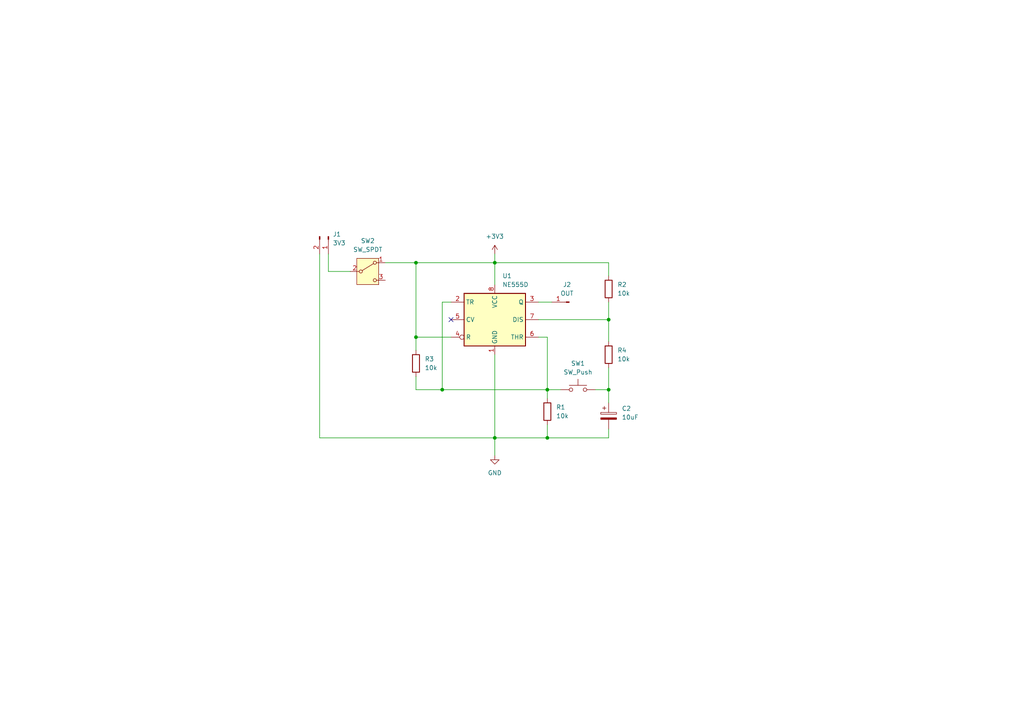
<source format=kicad_sch>
(kicad_sch (version 20230121) (generator eeschema)
  (paper "A4")
  (lib_symbols
    (symbol "Connector:Conn_01x01_Pin" (pin_names (offset 1.016) hide)
      (property "Reference" "J" (at 0 2.54 0))
      (property "Value" "Conn_01x01_Pin" (at 0 -2.54 0))
      (symbol "Conn_01x01_Pin_1_1"
        (polyline (pts (xy 1.27 0) (xy 0.8636 0)) (stroke (width 0.1524)))
        (rectangle (start 0.8636 0.127) (end 0 -0.127) (stroke (width 0.1524)) (fill (type outline)))
        (pin passive line (at 5.08 0 180) (length 3.81) (name "Pin_1") (number "1"))
      )
    )
    (symbol "Connector:Conn_01x02_Pin" (pin_names (offset 1.016) hide)
      (property "Reference" "J" (at 0 2.54 0))
      (property "Value" "Conn_01x02_Pin" (at 0 -5.08 0))
      (symbol "Conn_01x02_Pin_1_1"
        (polyline (pts (xy 1.27 -2.54) (xy 0.8636 -2.54)) (stroke (width 0.1524)))
        (polyline (pts (xy 1.27 0) (xy 0.8636 0)) (stroke (width 0.1524)))
        (rectangle (start 0.8636 -2.413) (end 0 -2.667) (stroke (width 0.1524)) (fill (type outline)))
        (rectangle (start 0.8636 0.127) (end 0 -0.127) (stroke (width 0.1524)) (fill (type outline)))
        (pin passive line (at 5.08 0 180) (length 3.81) (name "Pin_1") (number "1"))
        (pin passive line (at 5.08 -2.54 180) (length 3.81) (name "Pin_2") (number "2"))
      )
    )
    (symbol "Device:C_Polarized" (pin_numbers hide) (pin_names (offset 0.254))
      (property "Reference" "C" (at 0.635 2.54 0))
      (property "Value" "C_Polarized" (at 0.635 -2.54 0))
      (symbol "C_Polarized_0_1"
        (rectangle (start -2.286 0.508) (end 2.286 1.016))
        (polyline (pts (xy -1.778 2.286) (xy -0.762 2.286)))
        (polyline (pts (xy -1.27 2.794) (xy -1.27 1.778)))
        (rectangle (start 2.286 -0.508) (end -2.286 -1.016) (fill (type outline)))
      )
      (symbol "C_Polarized_1_1"
        (pin passive line (at 0 3.81 270) (length 2.794) (name "~") (number "1"))
        (pin passive line (at 0 -3.81 90) (length 2.794) (name "~") (number "2"))
      )
    )
    (symbol "Device:R" (pin_numbers hide) (pin_names (offset 0))
      (property "Reference" "R" (at 2.032 0 90))
      (property "Value" "R" (at 0 0 90))
      (symbol "R_0_1"
        (rectangle (start -1.016 -2.54) (end 1.016 2.54) (stroke (width 0.254)))
      )
      (symbol "R_1_1"
        (pin passive line (at 0 3.81 270) (length 1.27) (name "~") (number "1"))
        (pin passive line (at 0 -3.81 90) (length 1.27) (name "~") (number "2"))
      )
    )
    (symbol "Switch:SW_Push" (pin_numbers hide) (pin_names (offset 1.016) hide)
      (property "Reference" "SW" (at 1.27 2.54 0))
      (property "Value" "SW_Push" (at 0 -1.524 0))
      (symbol "SW_Push_0_1"
        (circle (center -2.032 0) (radius 0.508))
        (polyline (pts (xy 0 1.27) (xy 0 3.048)))
        (polyline (pts (xy 2.54 1.27) (xy -2.54 1.27)))
        (circle (center 2.032 0) (radius 0.508))
        (pin passive line (at -5.08 0 0) (length 2.54) (name "1") (number "1"))
        (pin passive line (at 5.08 0 180) (length 2.54) (name "2") (number "2"))
      )
    )
    (symbol "Switch:SW_SPDT" (pin_names (offset 0) hide)
      (property "Reference" "SW" (at 0 5.08 0))
      (property "Value" "SW_SPDT" (at 0 -5.08 0))
      (symbol "SW_SPDT_0_1"
        (circle (center -2.032 0) (radius 0.4572))
        (polyline (pts (xy -1.651 0.254) (xy 1.651 2.286)))
        (circle (center 2.032 -2.54) (radius 0.4572))
        (circle (center 2.032 2.54) (radius 0.4572))
      )
      (symbol "SW_SPDT_1_1"
        (rectangle (start -3.175 3.81) (end 3.175 -3.81) (fill (type background)))
        (pin passive line (at 5.08 2.54 180) (length 2.54) (name "A") (number "1"))
        (pin passive line (at -5.08 0 0) (length 2.54) (name "B") (number "2"))
        (pin passive line (at 5.08 -2.54 180) (length 2.54) (name "C") (number "3"))
      )
    )
    (symbol "Timer:NE555D"
      (property "Reference" "U" (at -10.16 8.89 0))
      (property "Value" "NE555D" (at 2.54 8.89 0))
      (symbol "NE555D_0_0"
        (pin power_in line (at 0 -10.16 90) (length 2.54) (name "GND") (number "1"))
        (pin power_in line (at 0 10.16 270) (length 2.54) (name "VCC") (number "8"))
      )
      (symbol "NE555D_0_1"
        (rectangle (start -8.89 -7.62) (end 8.89 7.62) (stroke (width 0.254)) (fill (type background)))
        (rectangle (start -8.89 -7.62) (end 8.89 7.62) (stroke (width 0.254)) (fill (type background)))
      )
      (symbol "NE555D_1_1"
        (pin input line (at -12.7 5.08 0) (length 3.81) (name "TR") (number "2"))
        (pin output line (at 12.7 5.08 180) (length 3.81) (name "Q") (number "3"))
        (pin input inverted (at -12.7 -5.08 0) (length 3.81) (name "R") (number "4"))
        (pin input line (at -12.7 0 0) (length 3.81) (name "CV") (number "5"))
        (pin input line (at 12.7 -5.08 180) (length 3.81) (name "THR") (number "6"))
        (pin input line (at 12.7 0 180) (length 3.81) (name "DIS") (number "7"))
      )
    )
    (symbol "power:+3V3" (power) (pin_names (offset 0))
      (property "Value" "+3V3" (at 0 3.556 0))
      (symbol "+3V3_0_1"
        (polyline (pts (xy -0.762 1.27) (xy 0 2.54)))
        (polyline (pts (xy 0 0) (xy 0 2.54)))
        (polyline (pts (xy 0 2.54) (xy 0.762 1.27)))
      )
      (symbol "+3V3_1_1"
        (pin power_in line (at 0 0 90) (length 0) hide (name "+3V3") (number "1"))
      )
    )
    (symbol "power:GND" (power) (pin_names (offset 0))
      (property "Value" "GND" (at 0 -3.81 0))
      (symbol "GND_0_1"
        (polyline (pts (xy 0 0) (xy 0 -1.27) (xy 1.27 -1.27) (xy 0 -2.54) (xy -1.27 -1.27) (xy 0 -1.27)))
      )
      (symbol "GND_1_1"
        (pin power_in line (at 0 0 270) (length 0) hide (name "GND") (number "1"))
      )
    )
  )
  (junction (at 176.53 113.03))
  (junction (at 120.65 97.79))
  (junction (at 158.75 113.03))
  (junction (at 120.65 76.2))
  (junction (at 143.51 76.2))
  (junction (at 158.75 127))
  (junction (at 128.27 113.03))
  (junction (at 176.53 92.71))
  (junction (at 143.51 127))
  (no_connect (at 130.81 92.71))
  (wire (pts (xy 120.65 97.79) (xy 120.65 101.6)))
  (wire (pts (xy 176.53 124.46) (xy 176.53 127)))
  (wire (pts (xy 158.75 127) (xy 176.53 127)))
  (wire (pts (xy 92.71 127) (xy 92.71 73.66)))
  (wire (pts (xy 176.53 87.63) (xy 176.53 92.71)))
  (wire (pts (xy 176.53 76.2) (xy 176.53 80.01)))
  (wire (pts (xy 143.51 127) (xy 158.75 127)))
  (wire (pts (xy 158.75 123.19) (xy 158.75 127)))
  (wire (pts (xy 143.51 76.2) (xy 176.53 76.2)))
  (wire (pts (xy 120.65 109.22) (xy 120.65 113.03)))
  (wire (pts (xy 158.75 97.79) (xy 156.21 97.79)))
  (wire (pts (xy 95.25 73.66) (xy 95.25 78.74)))
  (wire (pts (xy 143.51 127) (xy 143.51 132.08)))
  (wire (pts (xy 158.75 97.79) (xy 158.75 113.03)))
  (wire (pts (xy 120.65 97.79) (xy 130.81 97.79)))
  (wire (pts (xy 158.75 113.03) (xy 162.56 113.03)))
  (wire (pts (xy 158.75 113.03) (xy 158.75 115.57)))
  (wire (pts (xy 143.51 102.87) (xy 143.51 127)))
  (wire (pts (xy 101.6 78.74) (xy 95.25 78.74)))
  (wire (pts (xy 156.21 92.71) (xy 176.53 92.71)))
  (wire (pts (xy 176.53 92.71) (xy 176.53 99.06)))
  (wire (pts (xy 120.65 113.03) (xy 128.27 113.03)))
  (wire (pts (xy 111.76 76.2) (xy 120.65 76.2)))
  (wire (pts (xy 172.72 113.03) (xy 176.53 113.03)))
  (wire (pts (xy 176.53 113.03) (xy 176.53 116.84)))
  (wire (pts (xy 143.51 76.2) (xy 143.51 82.55)))
  (wire (pts (xy 128.27 87.63) (xy 128.27 113.03)))
  (wire (pts (xy 143.51 73.66) (xy 143.51 76.2)))
  (wire (pts (xy 92.71 127) (xy 143.51 127)))
  (wire (pts (xy 128.27 87.63) (xy 130.81 87.63)))
  (wire (pts (xy 156.21 87.63) (xy 160.02 87.63)))
  (wire (pts (xy 120.65 76.2) (xy 143.51 76.2)))
  (wire (pts (xy 128.27 113.03) (xy 158.75 113.03)))
  (wire (pts (xy 120.65 76.2) (xy 120.65 97.79)))
  (wire (pts (xy 176.53 106.68) (xy 176.53 113.03)))
  (symbol (lib_id "power:GND") (at 143.51 132.08 0) (unit 1)
    (property "Reference" "#PWR01" (effects hide))
    (property "Value" "GND" (at 143.51 137.16 0))
  )
  (symbol (lib_id "Timer:NE555D") (at 143.51 92.71 0) (unit 1)
    (property "Reference" "U1" (at 145.7041 80.01 0) (effects (justify left)))
    (property "Value" "NE555D" (at 145.7041 82.55 0) (effects (justify left)))
    (property "Footprint" "Package_DIP:DIP-8_W7.62mm" (effects hide))
    (property "Datasheet" "http://www.ti.com/lit/ds/symlink/ne555.pdf" (effects hide))
  )
  (symbol (lib_id "Switch:SW_SPDT") (at 106.68 78.74 0) (unit 1)
    (property "Reference" "SW2" (at 106.68 69.85 0))
    (property "Value" "SW_SPDT" (at 106.68 72.39 0))
    (property "Footprint" "Connector_PinHeader_2.54mm:PinHeader_1x03_P2.54mm_Vertical" (effects hide))
  )
  (symbol (lib_id "Device:R") (at 158.75 119.38 0) (unit 1)
    (property "Reference" "R1" (at 161.29 118.11 0) (effects (justify left)))
    (property "Value" "10k" (at 161.29 120.65 0) (effects (justify left)))
    (property "Footprint" "Resistor_THT:R_Axial_DIN0204_L3.6mm_D1.6mm_P2.54mm_Vertical" (effects hide))
  )
  (symbol (lib_id "Connector:Conn_01x01_Pin") (at 165.1 87.63 180) (unit 1)
    (property "Reference" "J2" (at 164.465 82.55 0))
    (property "Value" "OUT" (at 164.465 85.09 0))
    (property "Footprint" "Connector_PinHeader_2.54mm:PinHeader_1x01_P2.54mm_Vertical" (effects hide))
  )
  (symbol (lib_id "power:+3V3") (at 143.51 73.66 0) (unit 1)
    (property "Reference" "#PWR02" (effects hide))
    (property "Value" "+3V3" (at 143.51 68.58 0))
  )
  (symbol (lib_id "Device:R") (at 176.53 83.82 0) (unit 1)
    (property "Reference" "R2" (at 179.07 82.55 0) (effects (justify left)))
    (property "Value" "10k" (at 179.07 85.09 0) (effects (justify left)))
    (property "Footprint" "Resistor_THT:R_Axial_DIN0204_L3.6mm_D1.6mm_P2.54mm_Vertical" (effects hide))
  )
  (symbol (lib_id "Device:C_Polarized") (at 176.53 120.65 0) (unit 1)
    (property "Reference" "C2" (at 180.34 118.491 0) (effects (justify left)))
    (property "Value" "10uF" (at 180.34 121.031 0) (effects (justify left)))
    (property "Footprint" "Capacitor_THT:CP_Radial_D5.0mm_P2.50mm" (effects hide))
  )
  (symbol (lib_id "Device:R") (at 176.53 102.87 0) (unit 1)
    (property "Reference" "R4" (at 179.07 101.6 0) (effects (justify left)))
    (property "Value" "10k" (at 179.07 104.14 0) (effects (justify left)))
    (property "Footprint" "Resistor_THT:R_Axial_DIN0204_L3.6mm_D1.6mm_P2.54mm_Vertical" (effects hide))
  )
  (symbol (lib_id "Device:R") (at 120.65 105.41 0) (unit 1)
    (property "Reference" "R3" (at 123.19 104.14 0) (effects (justify left)))
    (property "Value" "10k" (at 123.19 106.68 0) (effects (justify left)))
    (property "Footprint" "Resistor_THT:R_Axial_DIN0204_L3.6mm_D1.6mm_P2.54mm_Vertical" (effects hide))
  )
  (symbol (lib_id "Switch:SW_Push") (at 167.64 113.03 0) (unit 1)
    (property "Reference" "SW1" (at 167.64 105.41 0))
    (property "Value" "SW_Push" (at 167.64 107.95 0))
    (property "Footprint" "Button_Switch_THT:SW_PUSH_6mm" (effects hide))
  )
  (symbol (lib_id "Connector:Conn_01x02_Pin") (at 95.25 68.58 270) (unit 1)
    (property "Reference" "J1" (at 96.52 67.945 90) (effects (justify left)))
    (property "Value" "3V3" (at 96.52 70.485 90) (effects (justify left)))
    (property "Footprint" "Connector_PinHeader_2.54mm:PinHeader_1x02_P2.54mm_Vertical" (effects hide))
  )
)
</source>
